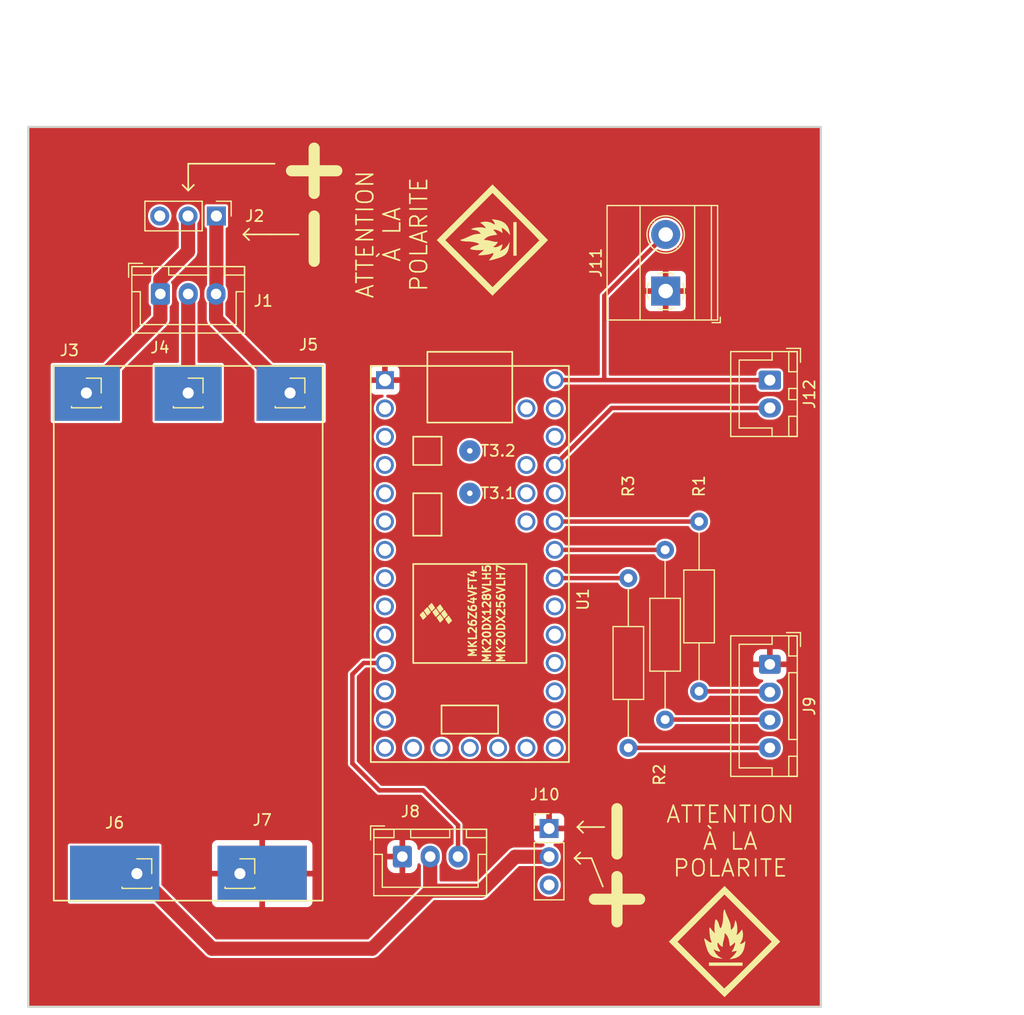
<source format=kicad_pcb>
(kicad_pcb (version 20211014) (generator pcbnew)
  (layers (0 "F.Cu" signal) (31 "B.Cu" signal) (34 "B.Paste" user) (35 "F.Paste" user) (36 "B.SilkS" user "B.Silkscreen") (37 "F.SilkS" user "F.Silkscreen") (38 "B.Mask" user) (39 "F.Mask" user) (44 "Edge.Cuts" user))
  (net 0 "")
  (net 25 "Net-(R3-Pad2)")
  (net 26 "Net-(R2-Pad2)")
  (net 27 "Net-(R1-Pad2)")
  (net 30 "GND")
  (net 31 "VCC")
  (net 32 "Net-(J8-Pad3)")
  (net 37 "/B+")
  (net 38 "/BM")
  (net 39 "/B-")
  (net 41 "Net-(J9-Pad2)")
  (net 42 "Net-(J9-Pad3)")
  (net 43 "Net-(J9-Pad4)")
  (net 45 "Net-(J12-Pad2)")
  (net 46 "Net-(J10-Pad2)")
  (footprint "Connector_PinHeader_2.54mm:PinHeader_1x03_P2.54mm_Vertical" (layer "F.Cu") (at 103.236 61.341 -90)
    (fp_text reference "J2" (at 0 -3.444 180) (layer "F.SilkS"))
    (fp_text value "Lipo Alim")
    (fp_line (start 1.33 1.27) (end 1.33 6.41) (layer "F.SilkS") (width 0.12))
    (fp_line (start -1.33 1.27) (end 1.33 1.27) (layer "F.SilkS") (width 0.12))
    (fp_line (start -1.33 -1.33) (end 0 -1.33) (layer "F.SilkS") (width 0.12))
    (fp_line (start -1.33 1.27) (end -1.33 6.41) (layer "F.SilkS") (width 0.12))
    (fp_line (start -1.33 6.41) (end 1.33 6.41) (layer "F.SilkS") (width 0.12))
    (fp_line (start -1.33 0) (end -1.33 -1.33) (layer "F.SilkS") (width 0.12))
    (pad "1" thru_hole rect (at 0 0 270) (size 1.7 1.7) (drill 1) (layers *.Cu *.Mask) (net 39 "/B-"))
    (pad "2" thru_hole oval (at 0 2.54 270) (size 1.7 1.7) (drill 1) (layers *.Cu *.Mask) (net 37 "/B+"))
    (pad "3" thru_hole oval (at 0 5.08 270) (size 1.7 1.7) (drill 1) (layers *.Cu *.Mask))
  )
  (footprint "Connector_PinHeader_2.54mm:PinHeader_1x03_P2.54mm_Vertical" (layer "F.Cu") (at 133.096 116.33)
    (fp_text reference "J10" (at -0.381 -3.046) (layer "F.SilkS"))
    (fp_text value "Alim secours")
    (fp_line (start -1.33 -1.33) (end 0 -1.33) (layer "F.SilkS") (width 0.12))
    (fp_line (start -1.33 1.27) (end -1.33 6.41) (layer "F.SilkS") (width 0.12))
    (fp_line (start -1.33 1.27) (end 1.33 1.27) (layer "F.SilkS") (width 0.12))
    (fp_line (start -1.33 0) (end -1.33 -1.33) (layer "F.SilkS") (width 0.12))
    (fp_line (start 1.33 1.27) (end 1.33 6.41) (layer "F.SilkS") (width 0.12))
    (fp_line (start -1.33 6.41) (end 1.33 6.41) (layer "F.SilkS") (width 0.12))
    (pad "1" thru_hole rect (at 0 0) (size 1.7 1.7) (drill 1) (layers *.Cu *.Mask) (net 30 "GND"))
    (pad "2" thru_hole oval (at 0 2.54) (size 1.7 1.7) (drill 1) (layers *.Cu *.Mask) (net 46 "Net-(J10-Pad2)"))
    (pad "3" thru_hole oval (at 0 5.08) (size 1.7 1.7) (drill 1) (layers *.Cu *.Mask))
  )
  (footprint "TerminalBlock_Phoenix:TerminalBlock_Phoenix_MKDS-1,5-2-5.08_1x02_P5.08mm_Horizontal" (layer "F.Cu") (at 143.561 68.077 90)
    (fp_text reference "J11" (at 2.54 -6.26 90) (layer "F.SilkS"))
    (fp_text value "Coupleur")
    (fp_line (start -2.6 -5.261) (end 7.68 -5.261) (layer "F.SilkS") (width 0.12))
    (fp_line (start -2.6 -2.301) (end 7.68 -2.301) (layer "F.SilkS") (width 0.12))
    (fp_line (start 7.68 -5.261) (end 7.68 4.66) (layer "F.SilkS") (width 0.12))
    (fp_line (start 3.853 1.023) (end 3.806 1.069) (layer "F.SilkS") (width 0.12))
    (fp_line (start -2.84 4.16) (end -2.84 4.9) (layer "F.SilkS") (width 0.12))
    (fp_line (start -2.6 -5.261) (end -2.6 4.66) (layer "F.SilkS") (width 0.12))
    (fp_line (start 6.15 -1.275) (end 6.115 -1.239) (layer "F.SilkS") (width 0.12))
    (fp_line (start 4.046 1.239) (end 4.011 1.274) (layer "F.SilkS") (width 0.12))
    (fp_line (start -2.6 4.66) (end 7.68 4.66) (layer "F.SilkS") (width 0.12))
    (fp_line (start 6.355 -1.069) (end 6.308 -1.023) (layer "F.SilkS") (width 0.12))
    (fp_line (start -2.6 2.6) (end 7.68 2.6) (layer "F.SilkS") (width 0.12))
    (fp_line (start -2.84 4.9) (end -2.34 4.9) (layer "F.SilkS") (width 0.12))
    (fp_line (start -2.6 4.1) (end 7.68 4.1) (layer "F.SilkS") (width 0.12))
    (fp_arc (start -0.683042 -1.535427) (mid 0.000524 -1.680501) (end 0.684 -1.535) (layer "F.SilkS") (width 0.12))
    (fp_arc (start 0.683318 1.534756) (mid 0.349292 1.643288) (end 0 1.68) (layer "F.SilkS") (width 0.12))
    (fp_arc (start -1.535427 0.683042) (mid -1.680501 -0.000524) (end -1.535 -0.684) (layer "F.SilkS") (width 0.12))
    (fp_arc (start 0.028805 1.680253) (mid -0.335551 1.646659) (end -0.684 1.535) (layer "F.SilkS") (width 0.12))
    (fp_arc (start 1.535427 -0.683042) (mid 1.680501 0.000524) (end 1.535 0.684) (layer "F.SilkS") (width 0.12))
    (fp_circle (center 5.08 0) (end 6.76 0) (layer "F.SilkS") (width 0.12) (fill none))
    (pad "1" thru_hole rect (at 0 0 90) (size 2.6 2.6) (drill 1.3) (layers *.Cu *.Mask) (net 30 "GND"))
    (pad "2" thru_hole circle (at 5.08 0 90) (size 2.6 2.6) (drill 1.3) (layers *.Cu *.Mask) (net 31 "VCC"))
  )
  (footprint "Connector_JST:JST_XH_B2B-XH-A_1x02_P2.50mm_Vertical" (layer "F.Cu") (at 152.908 76.073 -90)
    (fp_text reference "J12" (at 1.25 -3.55 -90) (layer "F.SilkS"))
    (fp_text value "Jack")
    (fp_line (start 3.25 -2.45) (end 3.25 -1.7) (layer "F.SilkS") (width 0.12))
    (fp_line (start 4.3 -0.2) (end 4.3 2.75) (layer "F.SilkS") (width 0.12))
    (fp_line (start 1.75 -1.7) (end 1.75 -2.45) (layer "F.SilkS") (width 0.12))
    (fp_line (start -2.55 -1.7) (end -0.75 -1.7) (layer "F.SilkS") (width 0.12))
    (fp_line (start -0.75 -2.45) (end -2.55 -2.45) (layer "F.SilkS") (width 0.12))
    (fp_line (start -1.6 -2.75) (end -2.85 -2.75) (layer "F.SilkS") (width 0.12))
    (fp_line (start 5.05 -2.45) (end 3.25 -2.45) (layer "F.SilkS") (width 0.12))
    (fp_line (start -0.75 -1.7) (end -0.75 -2.45) (layer "F.SilkS") (width 0.12))
    (fp_line (start 5.05 -1.7) (end 5.05 -2.45) (layer "F.SilkS") (width 0.12))
    (fp_line (start 5.05 -0.2) (end 4.3 -0.2) (layer "F.SilkS") (width 0.12))
    (fp_line (start 0.75 -1.7) (end 1.75 -1.7) (layer "F.SilkS") (width 0.12))
    (fp_line (start -2.55 -0.2) (end -1.8 -0.2) (layer "F.SilkS") (width 0.12))
    (fp_line (start -2.85 -2.75) (end -2.85 -1.5) (layer "F.SilkS") (width 0.12))
    (fp_line (start -2.55 -2.45) (end -2.55 -1.7) (layer "F.SilkS") (width 0.12))
    (fp_line (start -2.56 3.51) (end 5.06 3.51) (layer "F.SilkS") (width 0.12))
    (fp_line (start 5.06 3.51) (end 5.06 -2.46) (layer "F.SilkS") (width 0.12))
    (fp_line (start -1.8 2.75) (end 1.25 2.75) (layer "F.SilkS") (width 0.12))
    (fp_line (start 5.06 -2.46) (end -2.56 -2.46) (layer "F.SilkS") (width 0.12))
    (fp_line (start -2.56 -2.46) (end -2.56 3.51) (layer "F.SilkS") (width 0.12))
    (fp_line (start 0.75 -2.45) (end 0.75 -1.7) (layer "F.SilkS") (width 0.12))
    (fp_line (start 3.25 -1.7) (end 5.05 -1.7) (layer "F.SilkS") (width 0.12))
    (fp_line (start -1.8 -0.2) (end -1.8 2.75) (layer "F.SilkS") (width 0.12))
    (fp_line (start 4.3 2.75) (end 1.25 2.75) (layer "F.SilkS") (width 0.12))
    (fp_line (start 1.75 -2.45) (end 0.75 -2.45) (layer "F.SilkS") (width 0.12))
    (pad "1" thru_hole roundrect (at 0 0 270) (size 1.7 2) (drill 1) (layers *.Cu *.Mask) (roundrect_rratio 0.1470588235) (net 31 "VCC"))
    (pad "2" thru_hole oval (at 2.5 0 270) (size 1.7 2) (drill 1) (layers *.Cu *.Mask) (net 45 "Net-(J12-Pad2)"))
  )
  (footprint "Connector_JST:JST_XH_B3B-XH-A_1x03_P2.50mm_Vertical" (layer "F.Cu") (at 98.211 68.338)
    (fp_text reference "J1" (at 9.231 0.623) (layer "F.SilkS"))
    (fp_text value "LiPo BMS")
    (fp_line (start 4.25 -2.45) (end 0.75 -2.45) (layer "F.SilkS") (width 0.12))
    (fp_line (start -0.75 -1.7) (end -0.75 -2.45) (layer "F.SilkS") (width 0.12))
    (fp_line (start 6.8 2.75) (end 2.5 2.75) (layer "F.SilkS") (width 0.12))
    (fp_line (start 7.56 3.51) (end 7.56 -2.46) (layer "F.SilkS") (width 0.12))
    (fp_line (start -2.56 -2.46) (end -2.56 3.51) (layer "F.SilkS") (width 0.12))
    (fp_line (start 4.25 -1.7) (end 4.25 -2.45) (layer "F.SilkS") (width 0.12))
    (fp_line (start 7.55 -1.7) (end 7.55 -2.45) (layer "F.SilkS") (width 0.12))
    (fp_line (start -2.55 -0.2) (end -1.8 -0.2) (layer "F.SilkS") (width 0.12))
    (fp_line (start -2.55 -2.45) (end -2.55 -1.7) (layer "F.SilkS") (width 0.12))
    (fp_line (start -1.6 -2.75) (end -2.85 -2.75) (layer "F.SilkS") (width 0.12))
    (fp_line (start 5.75 -1.7) (end 7.55 -1.7) (layer "F.SilkS") (width 0.12))
    (fp_line (start 5.75 -2.45) (end 5.75 -1.7) (layer "F.SilkS") (width 0.12))
    (fp_line (start 7.55 -0.2) (end 6.8 -0.2) (layer "F.SilkS") (width 0.12))
    (fp_line (start 0.75 -1.7) (end 4.25 -1.7) (layer "F.SilkS") (width 0.12))
    (fp_line (start -2.56 3.51) (end 7.56 3.51) (layer "F.SilkS") (width 0.12))
    (fp_line (start -1.8 -0.2) (end -1.8 2.75) (layer "F.SilkS") (width 0.12))
    (fp_line (start 7.56 -2.46) (end -2.56 -2.46) (layer "F.SilkS") (width 0.12))
    (fp_line (start 7.55 -2.45) (end 5.75 -2.45) (layer "F.SilkS") (width 0.12))
    (fp_line (start -1.8 2.75) (end 2.5 2.75) (layer "F.SilkS") (width 0.12))
    (fp_line (start -2.85 -2.75) (end -2.85 -1.5) (layer "F.SilkS") (width 0.12))
    (fp_line (start -0.75 -2.45) (end -2.55 -2.45) (layer "F.SilkS") (width 0.12))
    (fp_line (start 0.75 -2.45) (end 0.75 -1.7) (layer "F.SilkS") (width 0.12))
    (fp_line (start 6.8 -0.2) (end 6.8 2.75) (layer "F.SilkS") (width 0.12))
    (fp_line (start -2.55 -1.7) (end -0.75 -1.7) (layer "F.SilkS") (width 0.12))
    (pad "1" thru_hole roundrect (at 0 0) (size 1.7 1.95) (drill 0.95) (layers *.Cu *.Mask) (roundrect_rratio 0.1470588235) (net 37 "/B+"))
    (pad "2" thru_hole oval (at 2.5 0) (size 1.7 1.95) (drill 0.95) (layers *.Cu *.Mask) (net 38 "/BM"))
    (pad "3" thru_hole oval (at 5 0) (size 1.7 1.95) (drill 0.95) (layers *.Cu *.Mask) (net 39 "/B-"))
  )
  (footprint "Connector_JST:JST_XH_B3B-XH-A_1x03_P2.50mm_Vertical" (layer "F.Cu") (at 119.928 118.855)
    (fp_text reference "J8" (at 0.722 -4.047) (layer "F.SilkS"))
    (fp_text value "Servo")
    (fp_line (start -0.75 -2.45) (end -2.55 -2.45) (layer "F.SilkS") (width 0.12))
    (fp_line (start -1.6 -2.75) (end -2.85 -2.75) (layer "F.SilkS") (width 0.12))
    (fp_line (start 7.55 -1.7) (end 7.55 -2.45) (layer "F.SilkS") (width 0.12))
    (fp_line (start 6.8 2.75) (end 2.5 2.75) (layer "F.SilkS") (width 0.12))
    (fp_line (start -2.55 -1.7) (end -0.75 -1.7) (layer "F.SilkS") (width 0.12))
    (fp_line (start 5.75 -1.7) (end 7.55 -1.7) (layer "F.SilkS") (width 0.12))
    (fp_line (start 0.75 -2.45) (end 0.75 -1.7) (layer "F.SilkS") (width 0.12))
    (fp_line (start -2.56 3.51) (end 7.56 3.51) (layer "F.SilkS") (width 0.12))
    (fp_line (start 7.55 -2.45) (end 5.75 -2.45) (layer "F.SilkS") (width 0.12))
    (fp_line (start 4.25 -1.7) (end 4.25 -2.45) (layer "F.SilkS") (width 0.12))
    (fp_line (start -1.8 -0.2) (end -1.8 2.75) (layer "F.SilkS") (width 0.12))
    (fp_line (start 0.75 -1.7) (end 4.25 -1.7) (layer "F.SilkS") (width 0.12))
    (fp_line (start 6.8 -0.2) (end 6.8 2.75) (layer "F.SilkS") (width 0.12))
    (fp_line (start 7.55 -0.2) (end 6.8 -0.2) (layer "F.SilkS") (width 0.12))
    (fp_line (start 7.56 -2.46) (end -2.56 -2.46) (layer "F.SilkS") (width 0.12))
    (fp_line (start 5.75 -2.45) (end 5.75 -1.7) (layer "F.SilkS") (width 0.12))
    (fp_line (start -2.85 -2.75) (end -2.85 -1.5) (layer "F.SilkS") (width 0.12))
    (fp_line (start -0.75 -1.7) (end -0.75 -2.45) (layer "F.SilkS") (width 0.12))
    (fp_line (start -2.55 -2.45) (end -2.55 -1.7) (layer "F.SilkS") (width 0.12))
    (fp_line (start -2.55 -0.2) (end -1.8 -0.2) (layer "F.SilkS") (width 0.12))
    (fp_line (start 4.25 -2.45) (end 0.75 -2.45) (layer "F.SilkS") (width 0.12))
    (fp_line (start 7.56 3.51) (end 7.56 -2.46) (layer "F.SilkS") (width 0.12))
    (fp_line (start -2.56 -2.46) (end -2.56 3.51) (layer "F.SilkS") (width 0.12))
    (fp_line (start -1.8 2.75) (end 2.5 2.75) (layer "F.SilkS") (width 0.12))
    (pad "1" thru_hole roundrect (at 0 0) (size 1.7 1.95) (drill 0.95) (layers *.Cu *.Mask) (roundrect_rratio 0.1470588235) (net 30 "GND"))
    (pad "2" thru_hole oval (at 2.5 0) (size 1.7 1.95) (drill 0.95) (layers *.Cu *.Mask) (net 46 "Net-(J10-Pad2)"))
    (pad "3" thru_hole oval (at 5 0) (size 1.7 1.95) (drill 0.95) (layers *.Cu *.Mask) (net 32 "Net-(J8-Pad3)"))
  )
  (footprint "Resistor_THT:R_Axial_DIN0207_L6.3mm_D2.5mm_P15.24mm_Horizontal" (layer "F.Cu") (at 140.208 109.093 90)
    (fp_text reference "R3" (at 23.495 0 90) (layer "F.SilkS"))
    (fp_text value "R100")
    (fp_line (start 10.89 -1.37) (end 4.35 -1.37) (layer "F.SilkS") (width 0.12))
    (fp_line (start 4.35 1.37) (end 10.89 1.37) (layer "F.SilkS") (width 0.12))
    (fp_line (start 1.04 0) (end 4.35 0) (layer "F.SilkS") (width 0.12))
    (fp_line (start 4.35 -1.37) (end 4.35 1.37) (layer "F.SilkS") (width 0.12))
    (fp_line (start 14.2 0) (end 10.89 0) (layer "F.SilkS") (width 0.12))
    (fp_line (start 10.89 1.37) (end 10.89 -1.37) (layer "F.SilkS") (width 0.12))
    (pad "1" thru_hole circle (at 0 0 90) (size 1.6 1.6) (drill 0.8) (layers *.Cu *.Mask) (net 43 "Net-(J9-Pad4)"))
    (pad "2" thru_hole oval (at 15.24 0 90) (size 1.6 1.6) (drill 0.8) (layers *.Cu *.Mask) (net 25 "Net-(R3-Pad2)"))
  )
  (footprint "Connector_PinSocket_2.54mm:PinSocket_1x01_P2.54mm_Vertical" (layer "F.Cu") (at 96.107 120.384)
    (fp_text reference "J6" (at -2 -4.56) (layer "F.SilkS"))
    (fp_text value "P+")
    (fp_line (start -1.33 1.21) (end -1.33 1.33) (layer "F.SilkS") (width 0.12))
    (fp_line (start 1.33 -1.33) (end 1.33 0) (layer "F.SilkS") (width 0.12))
    (fp_line (start 1.33 1.21) (end 1.33 1.33) (layer "F.SilkS") (width 0.12))
    (fp_line (start 0 -1.33) (end 1.33 -1.33) (layer "F.SilkS") (width 0.12))
    (fp_line (start -1.33 1.33) (end 1.33 1.33) (layer "F.SilkS") (width 0.12))
    (pad "1" thru_hole rect (at 0 0) (size 8 5) (drill 1 (offset -2 0)) (layers *.Cu "F.Mask") (net 46 "Net-(J10-Pad2)"))
  )
  (footprint "Resistor_THT:R_Axial_DIN0207_L6.3mm_D2.5mm_P15.24mm_Horizontal" (layer "F.Cu") (at 146.558 104.013 90)
    (fp_text reference "R1" (at 18.415 0 90) (layer "F.SilkS"))
    (fp_text value "R100")
    (fp_line (start 10.89 1.37) (end 10.89 -1.37) (layer "F.SilkS") (width 0.12))
    (fp_line (start 4.35 1.37) (end 10.89 1.37) (layer "F.SilkS") (width 0.12))
    (fp_line (start 14.2 0) (end 10.89 0) (layer "F.SilkS") (width 0.12))
    (fp_line (start 1.04 0) (end 4.35 0) (layer "F.SilkS") (width 0.12))
    (fp_line (start 4.35 -1.37) (end 4.35 1.37) (layer "F.SilkS") (width 0.12))
    (fp_line (start 10.89 -1.37) (end 4.35 -1.37) (layer "F.SilkS") (width 0.12))
    (pad "1" thru_hole circle (at 0 0 90) (size 1.6 1.6) (drill 0.8) (layers *.Cu *.Mask) (net 41 "Net-(J9-Pad2)"))
    (pad "2" thru_hole oval (at 15.24 0 90) (size 1.6 1.6) (drill 0.8) (layers *.Cu *.Mask) (net 27 "Net-(R1-Pad2)"))
  )
  (footprint "LOGO" (layer "F.Cu") (at 128.016 63.5 90)
    (fp_text reference "G***" hide)
    (fp_text value "LOGO" hide)
    (fp_poly (pts (xy 4.998981 -0.000091) (xy 2.510263 2.488899) (xy 2.128687 2.870264) (xy 1.764444 3.233809) (xy 1.422009 3.575099) (xy 1.105854 3.889701) (xy 0.820452 4.173178) (xy 0.570276 4.421096) (xy 0.359799 4.629019) (xy 0.193493 4.792514) (xy 0.075831 4.907145) (xy 0.011287 4.968477) (xy 0 4.97789) (xy -0.032674 4.948514) (xy -0.120983 4.863342) (xy -0.260455 4.72681) (xy -0.446616 4.543352) (xy -0.674993 4.317404) (xy -0.941115 4.053399) (xy -1.240507 3.755774) (xy -1.568698 3.428963) (xy -1.921214 3.0774) (xy -2.293583 2.705522) (xy -2.510263 2.488899) (xy -4.989011 0.00988) (xy -4.223133 0.00988) (xy -2.124952 2.108381) (xy -0.026772 4.206883) (xy 0.422711 3.786772) (xy 0.539443 3.675593) (xy 0.708703 3.511434) (xy 0.923029 3.301662) (xy 1.174961 3.053647) (xy 1.457037 2.774755) (xy 1.761798 2.472357) (xy 2.081781 2.153819) (xy 2.409526 1.826512) (xy 2.550863 1.685029) (xy 4.229532 0.003398) (xy 2.11027 -2.114831) (xy -0.008991 -4.23306) (xy -4.223133 0.00988) (xy -4.989011 0.00988) (xy -4.998981 -0.000091) (xy -2.49949 -2.499581) (xy 0 -4.999072)) (layer "F.SilkS") (width 0) (fill solid))
    (fp_poly (pts (xy 1.616751 2.169849) (xy -1.40402 2.169849) (xy -1.40402 1.872027) (xy 1.616751 1.872027)) (layer "F.SilkS") (width 0) (fill solid))
    (fp_poly (pts (xy 0.031947 -2.851519) (xy 0.058871 -2.758327) (xy 0.087248 -2.667081) (xy 0.144206 -2.519959) (xy 0.221319 -2.337708) (xy 0.305054 -2.152046) (xy 0.406215 -1.926441) (xy 0.474152 -1.750661) (xy 0.516529 -1.599902) (xy 0.541009 -1.449364) (xy 0.549324 -1.361474) (xy 0.574372 -1.042378) (xy 0.709518 -1.174252) (xy 0.830663 -1.342586) (xy 0.871617 -1.472074) (xy 0.89907 -1.627664) (xy 0.928958 -1.779082) (xy 0.930637 -1.786935) (xy 0.962703 -1.935846) (xy 1.042208 -1.786935) (xy 1.088199 -1.653301) (xy 1.122129 -1.464154) (xy 1.142052 -1.248471) (xy 1.146023 -1.035227) (xy 1.132094 -0.853398) (xy 1.111084 -0.761559) (xy 1.082868 -0.665512) (xy 1.076969 -0.611636) (xy 1.078238 -0.609423) (xy 1.121522 -0.620252) (xy 1.201124 -0.679693) (xy 1.298702 -0.771144) (xy 1.395919 -0.877999) (xy 1.446834 -0.943134) (xy 1.56558 -1.107059) (xy 1.612438 -0.972641) (xy 1.660129 -0.724713) (xy 1.649785 -0.450266) (xy 1.585776 -0.180624) (xy 1.472475 0.052885) (xy 1.468514 0.058778) (xy 1.41466 0.150623) (xy 1.398728 0.20569) (xy 1.406669 0.21273) (xy 1.515773 0.18651) (xy 1.647083 0.121976) (xy 1.761977 0.040318) (xy 1.805591 -0.006142) (xy 1.844895 -0.056804) (xy 1.863683 -0.060365) (xy 1.865381 -0.004982) (xy 1.853416 0.12119) (xy 1.850444 0.148911) (xy 1.782729 0.542139) (xy 1.669569 0.865506) (xy 1.507266 1.123302) (xy 1.292118 1.319816) (xy 1.020426 1.459338) (xy 0.68849 1.546157) (xy 0.638191 1.554173) (xy 0.446734 1.582636) (xy 0.692972 1.360862) (xy 0.812924 1.242576) (xy 0.9203 1.118682) (xy 1.006827 1.00198) (xy 1.064234 0.905272) (xy 1.084249 0.841359) (xy 1.0586 0.823043) (xy 1.035705 0.830461) (xy 0.94245 0.857841) (xy 0.813615 0.881251) (xy 0.789031 0.884379) (xy 0.620775 0.904066) (xy 0.694559 0.803038) (xy 0.785771 0.656793) (xy 0.860227 0.497981) (xy 0.913107 0.344005) (xy 0.939588 0.212265) (xy 0.934851 0.120161) (xy 0.894074 0.085096) (xy 0.893467 0.085092) (xy 0.852156 0.117274) (xy 0.850921 0.127371) (xy 0.820933 0.170342) (xy 0.746797 0.238523) (xy 0.652256 0.313617) (xy 0.561054 0.377329) (xy 0.496933 0.411363) (xy 0.48232 0.41141) (xy 0.470397 0.365229) (xy 0.452059 0.256163) (xy 0.430859 0.10583) (xy 0.426398 0.071212) (xy 0.362804 -0.244355) (xy 0.259372 -0.490652) (xy 0.115558 -0.67277) (xy 0.010105 -0.771169) (xy 0.007742 -0.599978) (xy -0.00522 -0.47414) (xy -0.037172 -0.302266) (xy -0.08148 -0.119463) (xy -0.086336 -0.101931) (xy -0.128237 0.070365) (xy -0.154889 0.226047) (xy -0.161377 0.33528) (xy -0.160214 0.346466) (xy -0.154858 0.432859) (xy -0.166916 0.467848) (xy -0.24414 0.439252) (xy -0.347403 0.369748) (xy -0.446985 0.282708) (xy -0.513169 0.201502) (xy -0.51825 0.191555) (xy -0.571663 0.103323) (xy -0.611258 0.097714) (xy -0.633955 0.17294) (xy -0.638191 0.261207) (xy -0.605354 0.450713) (xy -0.510553 0.644761) (xy -0.441237 0.761509) (xy -0.394881 0.847426) (xy -0.382914 0.877569) (xy -0.418066 0.892141) (xy -0.506943 0.880604) (xy -0.62468 0.84947) (xy -0.746409 0.805248) (xy -0.843009 0.757103) (xy -0.984008 0.67043) (xy -0.918068 0.828247) (xy -0.765136 1.092025) (xy -0.552675 1.308999) (xy -0.371351 1.426157) (xy -0.148911 1.540074) (xy -0.415237 1.512434) (xy -0.740973 1.461875) (xy -0.998067 1.380635) (xy -1.199849 1.26088) (xy -1.359644 1.094778) (xy -1.486815 0.88262) (xy -1.543188 0.748784) (xy -1.607825 0.566072) (xy -1.674257 0.356679) (xy -1.736012 0.1428) (xy -1.786621 -0.053369) (xy -1.819614 -0.209632) (xy -1.828977 -0.291129) (xy -1.801134 -0.294201) (xy -1.727463 -0.248241) (xy -1.623567 -0.163096) (xy -1.617483 -0.15765) (xy -1.478178 -0.046556) (xy -1.344651 0.035783) (xy -1.23534 0.079907) (xy -1.168683 0.076354) (xy -1.166006 0.07399) (xy -1.171918 0.029564) (xy -1.202864 -0.069928) (xy -1.240626 -0.17272) (xy -1.275457 -0.292716) (xy -1.306697 -0.454489) (xy -1.332775 -0.639693) (xy -1.352119 -0.829983) (xy -1.363158 -1.007013) (xy -1.36432 -1.152438) (xy -1.354034 -1.247913) (xy -1.335141 -1.276091) (xy -1.289566 -1.243848) (xy -1.222283 -1.163921) (xy -1.201839 -1.135056) (xy -1.103745 -1.008948) (xy -0.988912 -0.884343) (xy -0.973419 -0.869434) (xy -0.891499 -0.793965) (xy -0.859009 -0.774578) (xy -0.863564 -0.808876) (xy -0.877778 -0.850921) (xy -0.900239 -0.963911) (xy -0.910246 -1.12265) (xy -0.909251 -1.308632) (xy -0.898707 -1.503351) (xy -0.880066 -1.6883) (xy -0.85478 -1.844973) (xy -0.824301 -1.954864) (xy -0.790082 -1.999466) (xy -0.787635 -1.999665) (xy -0.701604 -1.958471) (xy -0.616811 -1.840144) (xy -0.538157 -1.652563) (xy -0.505692 -1.546288) (xy -0.460593 -1.397484) (xy -0.418203 -1.28091) (xy -0.387606 -1.221514) (xy -0.387319 -1.221222) (xy -0.342467 -1.219312) (xy -0.294271 -1.288256) (xy -0.246307 -1.414097) (xy -0.202147 -1.582879) (xy -0.165367 -1.780645) (xy -0.139541 -1.993439) (xy -0.128243 -2.207303) (xy -0.12803 -2.233668) (xy -0.120432 -2.446738) (xy -0.10093 -2.627781) (xy -0.072732 -2.767789) (xy -0.039047 -2.857753) (xy -0.003084 -2.888666)) (layer "F.SilkS") (width 0) (fill solid))
  )
  (footprint "LOGO" (layer "F.Cu") (at 148.844 126.492)
    (fp_text reference "G***" hide)
    (fp_text value "LOGO" hide)
    (fp_poly (pts (xy 4.998981 -0.000091) (xy 2.510263 2.488899) (xy 2.128687 2.870264) (xy 1.764444 3.233809) (xy 1.422009 3.575099) (xy 1.105854 3.889701) (xy 0.820452 4.173178) (xy 0.570276 4.421096) (xy 0.359799 4.629019) (xy 0.193493 4.792514) (xy 0.075831 4.907145) (xy 0.011287 4.968477) (xy 0 4.97789) (xy -0.032674 4.948514) (xy -0.120983 4.863342) (xy -0.260455 4.72681) (xy -0.446616 4.543352) (xy -0.674993 4.317404) (xy -0.941115 4.053399) (xy -1.240507 3.755774) (xy -1.568698 3.428963) (xy -1.921214 3.0774) (xy -2.293583 2.705522) (xy -2.510263 2.488899) (xy -4.989011 0.00988) (xy -4.223133 0.00988) (xy -2.124952 2.108381) (xy -0.026772 4.206883) (xy 0.422711 3.786772) (xy 0.539443 3.675593) (xy 0.708703 3.511434) (xy 0.923029 3.301662) (xy 1.174961 3.053647) (xy 1.457037 2.774755) (xy 1.761798 2.472357) (xy 2.081781 2.153819) (xy 2.409526 1.826512) (xy 2.550863 1.685029) (xy 4.229532 0.003398) (xy 2.11027 -2.114831) (xy -0.008991 -4.23306) (xy -4.223133 0.00988) (xy -4.989011 0.00988) (xy -4.998981 -0.000091) (xy -2.49949 -2.499581) (xy 0 -4.999072)) (layer "F.SilkS") (width 0) (fill solid))
    (fp_poly (pts (xy 1.616751 2.169849) (xy -1.40402 2.169849) (xy -1.40402 1.872027) (xy 1.616751 1.872027)) (layer "F.SilkS") (width 0) (fill solid))
    (fp_poly (pts (xy 0.031947 -2.851519) (xy 0.058871 -2.758327) (xy 0.087248 -2.667081) (xy 0.144206 -2.519959) (xy 0.221319 -2.337708) (xy 0.305054 -2.152046) (xy 0.406215 -1.926441) (xy 0.474152 -1.750661) (xy 0.516529 -1.599902) (xy 0.541009 -1.449364) (xy 0.549324 -1.361474) (xy 0.574372 -1.042378) (xy 0.709518 -1.174252) (xy 0.830663 -1.342586) (xy 0.871617 -1.472074) (xy 0.89907 -1.627664) (xy 0.928958 -1.779082) (xy 0.930637 -1.786935) (xy 0.962703 -1.935846) (xy 1.042208 -1.786935) (xy 1.088199 -1.653301) (xy 1.122129 -1.464154) (xy 1.142052 -1.248471) (xy 1.146023 -1.035227) (xy 1.132094 -0.853398) (xy 1.111084 -0.761559) (xy 1.082868 -0.665512) (xy 1.076969 -0.611636) (xy 1.078238 -0.609423) (xy 1.121522 -0.620252) (xy 1.201124 -0.679693) (xy 1.298702 -0.771144) (xy 1.395919 -0.877999) (xy 1.446834 -0.943134) (xy 1.56558 -1.107059) (xy 1.612438 -0.972641) (xy 1.660129 -0.724713) (xy 1.649785 -0.450266) (xy 1.585776 -0.180624) (xy 1.472475 0.052885) (xy 1.468514 0.058778) (xy 1.41466 0.150623) (xy 1.398728 0.20569) (xy 1.406669 0.21273) (xy 1.515773 0.18651) (xy 1.647083 0.121976) (xy 1.761977 0.040318) (xy 1.805591 -0.006142) (xy 1.844895 -0.056804) (xy 1.863683 -0.060365) (xy 1.865381 -0.004982) (xy 1.853416 0.12119) (xy 1.850444 0.148911) (xy 1.782729 0.542139) (xy 1.669569 0.865506) (xy 1.507266 1.123302) (xy 1.292118 1.319816) (xy 1.020426 1.459338) (xy 0.68849 1.546157) (xy 0.638191 1.554173) (xy 0.446734 1.582636) (xy 0.692972 1.360862) (xy 0.812924 1.242576) (xy 0.9203 1.118682) (xy 1.006827 1.00198) (xy 1.064234 0.905272) (xy 1.084249 0.841359) (xy 1.0586 0.823043) (xy 1.035705 0.830461) (xy 0.94245 0.857841) (xy 0.813615 0.881251) (xy 0.789031 0.884379) (xy 0.620775 0.904066) (xy 0.694559 0.803038) (xy 0.785771 0.656793) (xy 0.860227 0.497981) (xy 0.913107 0.344005) (xy 0.939588 0.212265) (xy 0.934851 0.120161) (xy 0.894074 0.085096) (xy 0.893467 0.085092) (xy 0.852156 0.117274) (xy 0.850921 0.127371) (xy 0.820933 0.170342) (xy 0.746797 0.238523) (xy 0.652256 0.313617) (xy 0.561054 0.377329) (xy 0.496933 0.411363) (xy 0.48232 0.41141) (xy 0.470397 0.365229) (xy 0.452059 0.256163) (xy 0.430859 0.10583) (xy 0.426398 0.071212) (xy 0.362804 -0.244355) (xy 0.259372 -0.490652) (xy 0.115558 -0.67277) (xy 0.010105 -0.771169) (xy 0.007742 -0.599978) (xy -0.00522 -0.47414) (xy -0.037172 -0.302266) (xy -0.08148 -0.119463) (xy -0.086336 -0.101931) (xy -0.128237 0.070365) (xy -0.154889 0.226047) (xy -0.161377 0.33528) (xy -0.160214 0.346466) (xy -0.154858 0.432859) (xy -0.166916 0.467848) (xy -0.24414 0.439252) (xy -0.347403 0.369748) (xy -0.446985 0.282708) (xy -0.513169 0.201502) (xy -0.51825 0.191555) (xy -0.571663 0.103323) (xy -0.611258 0.097714) (xy -0.633955 0.17294) (xy -0.638191 0.261207) (xy -0.605354 0.450713) (xy -0.510553 0.644761) (xy -0.441237 0.761509) (xy -0.394881 0.847426) (xy -0.382914 0.877569) (xy -0.418066 0.892141) (xy -0.506943 0.880604) (xy -0.62468 0.84947) (xy -0.746409 0.805248) (xy -0.843009 0.757103) (xy -0.984008 0.67043) (xy -0.918068 0.828247) (xy -0.765136 1.092025) (xy -0.552675 1.308999) (xy -0.371351 1.426157) (xy -0.148911 1.540074) (xy -0.415237 1.512434) (xy -0.740973 1.461875) (xy -0.998067 1.380635) (xy -1.199849 1.26088) (xy -1.359644 1.094778) (xy -1.486815 0.88262) (xy -1.543188 0.748784) (xy -1.607825 0.566072) (xy -1.674257 0.356679) (xy -1.736012 0.1428) (xy -1.786621 -0.053369) (xy -1.819614 -0.209632) (xy -1.828977 -0.291129) (xy -1.801134 -0.294201) (xy -1.727463 -0.248241) (xy -1.623567 -0.163096) (xy -1.617483 -0.15765) (xy -1.478178 -0.046556) (xy -1.344651 0.035783) (xy -1.23534 0.079907) (xy -1.168683 0.076354) (xy -1.166006 0.07399) (xy -1.171918 0.029564) (xy -1.202864 -0.069928) (xy -1.240626 -0.17272) (xy -1.275457 -0.292716) (xy -1.306697 -0.454489) (xy -1.332775 -0.639693) (xy -1.352119 -0.829983) (xy -1.363158 -1.007013) (xy -1.36432 -1.152438) (xy -1.354034 -1.247913) (xy -1.335141 -1.276091) (xy -1.289566 -1.243848) (xy -1.222283 -1.163921) (xy -1.201839 -1.135056) (xy -1.103745 -1.008948) (xy -0.988912 -0.884343) (xy -0.973419 -0.869434) (xy -0.891499 -0.793965) (xy -0.859009 -0.774578) (xy -0.863564 -0.808876) (xy -0.877778 -0.850921) (xy -0.900239 -0.963911) (xy -0.910246 -1.12265) (xy -0.909251 -1.308632) (xy -0.898707 -1.503351) (xy -0.880066 -1.6883) (xy -0.85478 -1.844973) (xy -0.824301 -1.954864) (xy -0.790082 -1.999466) (xy -0.787635 -1.999665) (xy -0.701604 -1.958471) (xy -0.616811 -1.840144) (xy -0.538157 -1.652563) (xy -0.505692 -1.546288) (xy -0.460593 -1.397484) (xy -0.418203 -1.28091) (xy -0.387606 -1.221514) (xy -0.387319 -1.221222) (xy -0.342467 -1.219312) (xy -0.294271 -1.288256) (xy -0.246307 -1.414097) (xy -0.202147 -1.582879) (xy -0.165367 -1.780645) (xy -0.139541 -1.993439) (xy -0.128243 -2.207303) (xy -0.12803 -2.233668) (xy -0.120432 -2.446738) (xy -0.10093 -2.627781) (xy -0.072732 -2.767789) (xy -0.039047 -2.857753) (xy -0.003084 -2.888666)) (layer "F.SilkS") (width 0) (fill solid))
  )
  (footprint "teensy:Teensy30_31_32_LC" (layer "F.Cu") (at 125.984 92.583 -90)
    (fp_text reference "U1" (at 3.175 -10.16 90) (layer "F.SilkS"))
    (fp_text value "Teensy3.2")
    (fp_text user "MK20DX128VLH5" (at 4.445 -1.524 90) (layer "F.SilkS") (effects (font (size 0.7 0.7))))
    (fp_text user "MK20DX256VLH7" (at 4.445 -2.794 90) (layer "F.SilkS") (effects (font (size 0.7 0.7))))
    (fp_text user "T3.2" (at -10.16 -2.54) (layer "F.SilkS"))
    (fp_text user "T3.1" (at -6.35 -2.54) (layer "F.SilkS"))
    (fp_text user "MKL26Z64VFT4" (at 4.445 -0.254 90) (layer "F.SilkS") (effects (font (size 0.7 0.7))))
    (fp_line (start 8.89 -5.08) (end 0 -5.08) (layer "F.SilkS") (width 0.15))
    (fp_line (start -2.54 2.54) (end -6.35 2.54) (layer "F.SilkS") (width 0.15))
    (fp_line (start -12.7 3.81) (end -12.7 -3.81) (layer "F.SilkS") (width 0.15))
    (fp_line (start 8.89 5.08) (end 8.89 -5.08) (layer "F.SilkS") (width 0.15))
    (fp_line (start -19.05 -3.81) (end -17.78 -3.81) (layer "F.SilkS") (width 0.15))
    (fp_line (start -8.89 5.08) (end -8.89 2.54) (layer "F.SilkS") (width 0.15))
    (fp_line (start -12.7 -3.81) (end -17.78 -3.81) (layer "F.SilkS") (width 0.15))
    (fp_line (start -11.43 5.08) (end -8.89 5.08) (layer "F.SilkS") (width 0.15))
    (fp_line (start 15.24 -2.54) (end 15.24 2.54) (layer "F.SilkS") (width 0.15))
    (fp_line (start -8.89 2.54) (end -11.43 2.54) (layer "F.SilkS") (width 0.15))
    (fp_line (start -6.35 2.54) (end -6.35 5.08) (layer "F.SilkS") (width 0.15))
    (fp_line (start -17.78 8.89) (end -17.78 -8.89) (layer "F.SilkS") (width 0.15))
    (fp_line (start 15.24 2.54) (end 12.7 2.54) (layer "F.SilkS") (width 0.15))
    (fp_line (start -17.78 3.81) (end -19.05 3.81) (layer "F.SilkS") (width 0.15))
    (fp_line (start -17.78 -8.89) (end 17.78 -8.89) (layer "F.SilkS") (width 0.15))
    (fp_line (start 8.89 5.08) (end 0 5.08) (layer "F.SilkS") (width 0.15))
    (fp_line (start 17.78 8.89) (end -17.78 8.89) (layer "F.SilkS") (width 0.15))
    (fp_line (start -2.54 5.08) (end -2.54 2.54) (layer "F.SilkS") (width 0.15))
    (fp_line (start -6.35 5.08) (end -2.54 5.08) (layer "F.SilkS") (width 0.15))
    (fp_line (start -12.7 3.81) (end -17.78 3.81) (layer "F.SilkS") (width 0.15))
    (fp_line (start 12.7 2.54) (end 12.7 -2.54) (layer "F.SilkS") (width 0.15))
    (fp_line (start 0 -5.08) (end 0 5.08) (layer "F.SilkS") (width 0.15))
    (fp_line (start 17.78 -8.89) (end 17.78 8.89) (layer "F.SilkS") (width 0.15))
    (fp_line (start -19.05 3.81) (end -19.05 -3.81) (layer "F.SilkS") (width 0.15))
    (fp_line (start -11.43 2.54) (end -11.43 5.08) (layer "F.SilkS") (width 0.15))
    (fp_line (start 12.7 -2.54) (end 15.24 -2.54) (layer "F.SilkS") (width 0.15))
    (fp_poly (pts (xy 4.318 3.302) (xy 4.064 3.048) (xy 4.445 2.794) (xy 4.699 3.048)) (layer "F.SilkS") (width 0.1) (fill solid))
    (fp_poly (pts (xy 4.191 4.064) (xy 3.937 3.81) (xy 4.318 3.556) (xy 4.572 3.81)) (layer "F.SilkS") (width 0.1) (fill solid))
    (fp_poly (pts (xy 4.826 2.921) (xy 4.572 2.667) (xy 4.953 2.413) (xy 5.207 2.667)) (layer "F.SilkS") (width 0.1) (fill solid))
    (fp_poly (pts (xy 3.937 2.921) (xy 3.683 2.667) (xy 4.064 2.413) (xy 4.318 2.667)) (layer "F.SilkS") (width 0.1) (fill solid))
    (fp_poly (pts (xy 4.953 2.159) (xy 4.699 1.905) (xy 5.08 1.651) (xy 5.334 1.905)) (layer "F.SilkS") (width 0.1) (fill solid))
    (fp_poly (pts (xy 3.81 3.683) (xy 3.556 3.429) (xy 3.937 3.175) (xy 4.191 3.429)) (layer "F.SilkS") (width 0.1) (fill solid))
    (fp_poly (pts (xy 4.572 4.445) (xy 4.318 4.191) (xy 4.699 3.937) (xy 4.953 4.191)) (layer "F.SilkS") (width 0.1) (fill solid))
    (fp_poly (pts (xy 4.445 2.54) (xy 4.191 2.286) (xy 4.572 2.032) (xy 4.826 2.286)) (layer "F.SilkS") (width 0.1) (fill solid))
    (pad "1" thru_hole rect locked (at -16.51 7.62 270) (size 1.6 1.6) (drill 1.1) (layers *.Cu *.Mask) (net 30 "GND"))
    (pad "2" thru_hole circle locked (at -13.97 7.62 270) (size 1.6 1.6) (drill 1.1) (layers *.Cu *.Mask))
    (pad "3" thru_hole circle locked (at -11.43 7.62 270) (size 1.6 1.6) (drill 1.1) (layers *.Cu *.Mask))
    (pad "4" thru_hole circle locked (at -8.89 7.62 270) (size 1.6 1.6) (drill 1.1) (layers *.Cu *.Mask))
    (pad "5" thru_hole circle locked (at -6.35 7.62 270) (size 1.6 1.6) (drill 1.1) (layers *.Cu *.Mask))
    (pad "6" thru_hole circle locked (at -3.81 7.62 270) (size 1.6 1.6) (drill 1.1) (layers *.Cu *.Mask))
    (pad "7" thru_hole circle locked (at -1.27 7.62 270) (size 1.6 1.6) (drill 1.1) (layers *.Cu *.Mask))
    (pad "8" thru_hole circle locked (at 1.27 7.62 270) (size 1.6 1.6) (drill 1.1) (layers *.Cu *.Mask))
    (pad "9" thru_hole circle locked (at 3.81 7.62 270) (size 1.6 1.6) (drill 1.1) (layers *.Cu *.Mask))
    (pad "10" thru_hole circle locked (at 6.35 7.62 270) (size 1.6 1.6) (drill 1.1) (layers *.Cu *.Mask))
    (pad "11" thru_hole circle locked (at 8.89 7.62 270) (size 1.6 1.6) (drill 1.1) (layers *.Cu *.Mask) (net 32 "Net-(J8-Pad3)"))
    (pad "12" thru_hole circle locked (at 11.43 7.62 270) (size 1.6 1.6) (drill 1.1) (layers *.Cu *.Mask))
    (pad "13" thru_hole circle locked (at 13.97 7.62 270) (size 1.6 1.6) (drill 1.1) (layers *.Cu *.Mask))
    (pad "14" thru_hole circle locked (at 16.51 7.62 270) (size 1.6 1.6) (drill 1.1) (layers *.Cu *.Mask))
    (pad "15" thru_hole circle locked (at 16.51 5.08 270) (size 1.6 1.6) (drill 1.1) (layers *.Cu *.Mask))
    (pad "16" thru_hole circle locked (at 16.51 2.54 270) (size 1.6 1.6) (drill 1.1) (layers *.Cu *.Mask))
    (pad "17" thru_hole circle locked (at 16.51 0 270) (size 1.6 1.6) (drill 1.1) (layers *.Cu *.Mask))
    (pad "18" thru_hole circle locked (at 16.51 -2.54 270) (size 1.6 1.6) (drill 1.1) (layers *.Cu *.Mask))
    (pad "19" thru_hole circle locked (at 16.51 -5.08 270) (size 1.6 1.6) (drill 1.1) (layers *.Cu *.Mask))
    (pad "20" thru_hole circle locked (at 16.51 -7.62 270) (size 1.6 1.6) (drill 1.1) (layers *.Cu *.Mask))
    (pad "21" thru_hole circle locked (at 13.97 -7.62 270) (size 1.6 1.6) (drill 1.1) (layers *.Cu *.Mask))
    (pad "22" thru_hole circle locked (at 11.43 -7.62 270) (size 1.6 1.6) (drill 1.1) (layers *.Cu *.Mask))
    (pad "23" thru_hole circle locked (at 8.89 -7.62 270) (size 1.6 1.6) (drill 1.1) (layers *.Cu *.Mask))
    (pad "24" thru_hole circle locked (at 6.35 -7.62 270) (size 1.6 1.6) (drill 1.1) (layers *.Cu *.Mask))
    (pad "25" thru_hole circle locked (at 3.81 -7.62 270) (size 1.6 1.6) (drill 1.1) (layers *.Cu *.Mask))
    (pad "26" thru_hole circle locked (at 1.27 -7.62 270) (size 1.6 1.6) (drill 1.1) (layers *.Cu *.Mask) (net 25 "Net-(R3-Pad2)"))
    (pad "27" thru_hole circle locked (at -1.27 -7.62 270) (size 1.6 1.6) (drill 1.1) (layers *.Cu *.Mask) (net 26 "Net-(R2-Pad2)"))
    (pad "28" thru_hole circle locked (at -3.81 -7.62 270) (size 1.6 1.6) (drill 1.1) (layers *.Cu *.Mask) (net 27 "Net-(R1-Pad2)"))
    (pad "29" thru_hole circle locked (at -6.35 -7.62 270) (size 1.6 1.6) (drill 1.1) (layers *.Cu *.Mask))
    (pad "30" thru_hole circle locked (at -8.89 -7.62 270) (size 1.6 1.6) (drill 1.1) (layers *.Cu *.Mask) (net 45 "Net-(J12-Pad2)"))
    (pad "31" thru_hole circle locked (at -11.43 -7.62 270) (size 1.6 1.6) (drill 1.1) (layers *.Cu *.Mask))
    (pad "32" thru_hole circle locked (at -13.97 -7.62 270) (size 1.6 1.6) (drill 1.1) (layers *.Cu *.Mask))
    (pad "33" thru_hole circle locked (at -16.51 -7.62 270) (size 1.6 1.6) (drill 1.1) (layers *.Cu *.Mask) (net 31 "VCC"))
    (pad "34" thru_hole circle locked (at -13.97 -5.08 270) (size 1.6 1.6) (drill 1.1) (layers *.Cu *.Mask))
    (pad "35" thru_hole circle locked (at -8.89 -5.08 270) (size 1.6 1.6) (drill 1.1) (layers *.Cu *.Mask))
    (pad "36" thru_hole circle locked (at -6.35 -5.08 270) (size 1.6 1.6) (drill 1.1) (layers *.Cu *.Mask))
    (pad "37" thru_hole circle locked (at -3.81 -5.08 270) (size 1.6 1.6) (drill 1.1) (layers *.Cu *.Mask))
    (pad "38" thru_hole circle locked (at -10.16 0 270) (size 1.9 1.9) (drill 0.5) (layers *.Cu *.Mask))
    (pad "38" thru_hole circle locked (at -6.35 0 270) (size 1.9 1.9) (drill 0.5) (layers *.Cu *.Mask))
  )
  (footprint "Connector_PinSocket_2.54mm:PinSocket_1x01_P2.54mm_Vertical" (layer "F.Cu") (at 105.351 120.384)
    (fp_text reference "J7" (at 2 -4.814) (layer "F.SilkS"))
    (fp_text value "P-")
    (fp_line (start 1.33 -1.33) (end 1.33 0) (layer "F.SilkS") (width 0.12))
    (fp_line (start -1.33 1.21) (end -1.33 1.33) (layer "F.SilkS") (width 0.12))
    (fp_line (start -1.33 1.33) (end 1.33 1.33) (layer "F.SilkS") (width 0.12))
    (fp_line (start 1.33 1.21) (end 1.33 1.33) (layer "F.SilkS") (width 0.12))
    (fp_line (start 0 -1.33) (end 1.33 -1.33) (layer "F.SilkS") (width 0.12))
    (pad "1" thru_hole rect (at 0 0) (size 8 5) (drill 1 (offset 2 0)) (layers *.Cu "F.Mask") (net 30 "GND"))
  )
  (footprint "Resistor_THT:R_Axial_DIN0207_L6.3mm_D2.5mm_P15.24mm_Horizontal" (layer "F.Cu") (at 143.51 106.553 90)
    (fp_text reference "R2" (at -4.953 -0.508 90) (layer "F.SilkS"))
    (fp_text value "R100")
    (fp_line (start 4.35 -1.37) (end 4.35 1.37) (layer "F.SilkS") (width 0.12))
    (fp_line (start 10.89 -1.37) (end 4.35 -1.37) (layer "F.SilkS") (width 0.12))
    (fp_line (start 10.89 1.37) (end 10.89 -1.37) (layer "F.SilkS") (width 0.12))
    (fp_line (start 14.2 0) (end 10.89 0) (layer "F.SilkS") (width 0.12))
    (fp_line (start 1.04 0) (end 4.35 0) (layer "F.SilkS") (width 0.12))
    (fp_line (start 4.35 1.37) (end 10.89 1.37) (layer "F.SilkS") (width 0.12))
    (pad "1" thru_hole circle (at 0 0 90) (size 1.6 1.6) (drill 0.8) (layers *.Cu *.Mask) (net 42 "Net-(J9-Pad3)"))
    (pad "2" thru_hole oval (at 15.24 0 90) (size 1.6 1.6) (drill 0.8) (layers *.Cu *.Mask) (net 26 "Net-(R2-Pad2)"))
  )
  (footprint "Connector_PinSocket_2.54mm:PinSocket_1x01_P2.54mm_Vertical" (layer "F.Cu") (at 91.571 77.228)
    (fp_text reference "J3" (at -1.528 -3.822) (layer "F.SilkS"))
    (fp_text value "B+")
    (fp_line (start -1.33 1.33) (end 1.33 1.33) (layer "F.SilkS") (width 0.12))
    (fp_line (start -1.33 1.21) (end -1.33 1.33) (layer "F.SilkS") (width 0.12))
    (fp_line (start 1.33 1.21) (end 1.33 1.33) (layer "F.SilkS") (width 0.12))
    (fp_line (start 0 -1.33) (end 1.33 -1.33) (layer "F.SilkS") (width 0.12))
    (fp_line (start 1.33 -1.33) (end 1.33 0) (layer "F.SilkS") (width 0.12))
    (pad "1" thru_hole rect (at 0 0) (size 6 5) (drill 1) (layers *.Cu "F.Mask") (net 37 "/B+"))
  )
  (footprint "Connector_PinSocket_2.54mm:PinSocket_1x01_P2.54mm_Vertical" (layer "F.Cu") (at 100.711 77.228)
    (fp_text reference "J4" (at -2.54 -4.076) (layer "F.SilkS"))
    (fp_text value "BM")
    (fp_line (start 1.33 1.21) (end 1.33 1.33) (layer "F.SilkS") (width 0.12))
    (fp_line (start -1.33 1.21) (end -1.33 1.33) (layer "F.SilkS") (width 0.12))
    (fp_line (start -1.33 1.33) (end 1.33 1.33) (layer "F.SilkS") (width 0.12))
    (fp_line (start 0 -1.33) (end 1.33 -1.33) (layer "F.SilkS") (width 0.12))
    (fp_line (start 1.33 -1.33) (end 1.33 0) (layer "F.SilkS") (width 0.12))
    (pad "1" thru_hole rect (at 0 0) (size 6 5) (drill 1) (layers *.Cu "F.Mask") (net 38 "/BM"))
  )
  (footprint "Connector_PinSocket_2.54mm:PinSocket_1x01_P2.54mm_Vertical" (layer "F.Cu") (at 109.851 77.228)
    (fp_text reference "J5" (at 1.655 -4.33) (layer "F.SilkS"))
    (fp_text value "B-")
    (fp_line (start -1.33 1.33) (end 1.33 1.33) (layer "F.SilkS") (width 0.12))
    (fp_line (start -1.33 1.21) (end -1.33 1.33) (layer "F.SilkS") (width 0.12))
    (fp_line (start 1.33 -1.33) (end 1.33 0) (layer "F.SilkS") (width 0.12))
    (fp_line (start 1.33 1.21) (end 1.33 1.33) (layer "F.SilkS") (width 0.12))
    (fp_line (start 0 -1.33) (end 1.33 -1.33) (layer "F.SilkS") (width 0.12))
    (pad "1" thru_hole rect (at 0 0) (size 6 5) (drill 1) (layers *.Cu "F.Mask") (net 39 "/B-"))
  )
  (footprint "Connector_JST:JST_XH_B4B-XH-A_1x04_P2.50mm_Vertical" (layer "F.Cu") (at 152.908 101.593 -90)
    (fp_text reference "J9" (at 3.75 -3.55 -90) (layer "F.SilkS"))
    (fp_text value "LEDs")
    (fp_line (start 8.25 -2.45) (end 8.25 -1.7) (layer "F.SilkS") (width 0.12))
    (fp_line (start -2.85 -2.75) (end -2.85 -1.5) (layer "F.SilkS") (width 0.12))
    (fp_line (start -2.55 -0.2) (end -1.8 -0.2) (layer "F.SilkS") (width 0.12))
    (fp_line (start 6.75 -2.45) (end 0.75 -2.45) (layer "F.SilkS") (width 0.12))
    (fp_line (start 10.06 -2.46) (end -2.56 -2.46) (layer "F.SilkS") (width 0.12))
    (fp_line (start -2.55 -1.7) (end -0.75 -1.7) (layer "F.SilkS") (width 0.12))
    (fp_line (start 0.75 -2.45) (end 0.75 -1.7) (layer "F.SilkS") (width 0.12))
    (fp_line (start 10.05 -2.45) (end 8.25 -2.45) (layer "F.SilkS") (width 0.12))
    (fp_line (start -2.55 -2.45) (end -2.55 -1.7) (layer "F.SilkS") (width 0.12))
    (fp_line (start 9.3 2.75) (end 3.75 2.75) (layer "F.SilkS") (width 0.12))
    (fp_line (start 6.75 -1.7) (end 6.75 -2.45) (layer "F.SilkS") (width 0.12))
    (fp_line (start -1.8 -0.2) (end -1.8 2.75) (layer "F.SilkS") (width 0.12))
    (fp_line (start 9.3 -0.2) (end 9.3 2.75) (layer "F.SilkS") (width 0.12))
    (fp_line (start 0.75 -1.7) (end 6.75 -1.7) (layer "F.SilkS") (width 0.12))
    (fp_line (start 10.05 -0.2) (end 9.3 -0.2) (layer "F.SilkS") (width 0.12))
    (fp_line (start 8.25 -1.7) (end 10.05 -1.7) (layer "F.SilkS") (width 0.12))
    (fp_line (start -1.6 -2.75) (end -2.85 -2.75) (layer "F.SilkS") (width 0.12))
    (fp_line (start -0.75 -1.7) (end -0.75 -2.45) (layer "F.SilkS") (width 0.12))
    (fp_line (start -1.8 2.75) (end 3.75 2.75) (layer "F.SilkS") (width 0.12))
    (fp_line (start 10.06 3.51) (end 10.06 -2.46) (layer "F.SilkS") (width 0.12))
    (fp_line (start -2.56 -2.46) (end -2.56 3.51) (layer "F.SilkS") (width 0.12))
    (fp_line (start 10.05 -1.7) (end 10.05 -2.45) (layer "F.SilkS") (width 0.12))
    (fp_line (start -2.56 3.51) (end 10.06 3.51) (layer "F.SilkS") (width 0.12))
    (fp_line (start -0.75 -2.45) (end -2.55 -2.45) (layer "F.SilkS") (width 0.12))
    (pad "1" thru_hole roundrect (at 0 0 270) (size 1.7 1.95) (drill 0.95) (layers *.Cu *.Mask) (roundrect_rratio 0.1470588235) (net 30 "GND"))
    (pad "2" thru_hole oval (at 2.5 0 270) (size 1.7 1.95) (drill 0.95) (layers *.Cu *.Mask) (net 41 "Net-(J9-Pad2)"))
    (pad "3" thru_hole oval (at 5 0 270) (size 1.7 1.95) (drill 0.95) (layers *.Cu *.Mask) (net 42 "Net-(J9-Pad3)"))
    (pad "4" thru_hole oval (at 7.5 0 270) (size 1.7 1.95) (drill 0.95) (layers *.Cu *.Mask) (net 43 "Net-(J9-Pad4)"))
  )
  (gr_rect (start 88.646 74.803) (end 112.776 122.809) (layer "F.SilkS") (width 0.15) (fill none))
  (gr_line (start 112.014 59.309) (end 112.014 55.245) (layer "F.SilkS") (width 1))
  (gr_line (start 114.046 57.277) (end 109.982 57.277) (layer "F.SilkS") (width 1))
  (gr_line (start 136.144 116.713) (end 135.636 116.205) (layer "F.SilkS") (width 0.15))
  (gr_line (start 136.906 118.999) (end 137.922 121.539) (layer "F.SilkS") (width 0.15))
  (gr_line (start 101.219 58.547) (end 100.711 59.055) (layer "F.SilkS") (width 0.15))
  (gr_line (start 108.077 62.992) (end 110.617 62.992) (layer "F.SilkS") (width 0.15))
  (gr_line (start 108.077 62.992) (end 105.664 62.992) (layer "F.SilkS") (width 0.15))
  (gr_line (start 112.014 61.341) (end 112.014 65.405) (layer "F.SilkS") (width 1))
  (gr_line (start 138.049 116.205) (end 135.636 116.205) (layer "F.SilkS") (width 0.15))
  (gr_line (start 108.458 56.642) (end 100.711 56.642) (layer "F.SilkS") (width 0.15))
  (gr_line (start 135.89 119.507) (end 135.382 118.999) (layer "F.SilkS") (width 0.15))
  (gr_line (start 100.711 59.055) (end 100.203 58.547) (layer "F.SilkS") (width 0.15))
  (gr_line (start 135.382 118.999) (end 135.89 118.491) (layer "F.SilkS") (width 0.15))
  (gr_line (start 100.711 56.642) (end 100.711 59.055) (layer "F.SilkS") (width 0.15))
  (gr_line (start 135.636 116.205) (end 136.144 115.697) (layer "F.SilkS") (width 0.15))
  (gr_line (start 136.906 118.999) (end 135.382 118.999) (layer "F.SilkS") (width 0.15))
  (gr_line (start 141.224 122.682) (end 137.16 122.682) (layer "F.SilkS") (width 1))
  (gr_line (start 106.172 63.5) (end 105.664 62.992) (layer "F.SilkS") (width 0.15))
  (gr_line (start 139.192 120.65) (end 139.192 124.714) (layer "F.SilkS") (width 1))
  (gr_line (start 105.664 62.992) (end 106.172 62.484) (layer "F.SilkS") (width 0.15))
  (gr_line (start 139.192 118.618) (end 139.192 114.554) (layer "F.SilkS") (width 1))
  (gr_rect (start 86.36 53.34) (end 157.486 132.34) (layer "Edge.Cuts") (width 0.2) (fill none))
  (gr_text "ATTENTION\nÀ LA\nPOLARITE" (at 149.352 117.475) (layer "F.SilkS") (effects (font (size 1.5 1.5))))
  (gr_text "ATTENTION\nÀ LA\nPOLARITE" (at 118.999 62.992 90) (layer "F.SilkS") (effects (font (size 1.5 1.5))))
  (segment (start 140.208 93.853) (end 133.604 93.853) (width 0.4) (layer "F.Cu") (net 25))
  (segment (start 143.51 91.313) (end 133.604 91.313) (width 0.4) (layer "F.Cu") (net 26))
  (segment (start 146.558 88.773) (end 133.604 88.773) (width 0.4) (layer "F.Cu") (net 27))
  (segment (start 138.049 76.073) (end 143.51 76.073) (width 0.4) (layer "F.Cu") (net 31))
  (segment (start 143.51 76.073) (end 152.908 76.073) (width 0.4) (layer "F.Cu") (net 31))
  (segment (start 143.561 62.997) (end 138.049 68.509) (width 0.4) (layer "F.Cu") (net 31))
  (segment (start 133.604 76.073) (end 138.049 76.073) (width 0.4) (layer "F.Cu") (net 31))
  (segment (start 138.049 68.509) (end 138.049 76.073) (width 0.4) (layer "F.Cu") (net 31))
  (segment (start 124.928 118.855) (end 124.928 116.038) (width 0.4) (layer "F.Cu") (net 32))
  (segment (start 115.443 102.489) (end 116.459 101.473) (width 0.4) (layer "F.Cu") (net 32))
  (segment (start 116.459 101.473) (end 118.364 101.473) (width 0.4) (layer "F.Cu") (net 32))
  (segment (start 124.928 116.038) (end 121.793 112.903) (width 0.4) (layer "F.Cu") (net 32))
  (segment (start 117.856 112.903) (end 115.443 110.49) (width 0.4) (layer "F.Cu") (net 32))
  (segment (start 121.793 112.903) (end 117.856 112.903) (width 0.4) (layer "F.Cu") (net 32))
  (segment (start 115.443 110.49) (end 115.443 102.489) (width 0.4) (layer "F.Cu") (net 32))
  (segment (start 100.696 64.531) (end 98.211 67.016) (width 1.27) (layer "F.Cu") (net 37))
  (segment (start 98.211 68.338) (end 98.211 70.588) (width 1.27) (layer "F.Cu") (net 37))
  (segment (start 98.211 70.588) (end 91.571 77.228) (width 1.27) (layer "F.Cu") (net 37))
  (segment (start 100.696 61.341) (end 100.696 64.531) (width 1.27) (layer "F.Cu") (net 37))
  (segment (start 98.211 67.016) (end 98.211 68.338) (width 1.27) (layer "F.Cu") (net 37))
  (segment (start 100.711 68.338) (end 100.711 77.228) (width 1.27) (layer "F.Cu") (net 38))
  (segment (start 103.236 68.313) (end 103.211 68.338) (width 1.27) (layer "F.Cu") (net 39))
  (segment (start 103.211 68.338) (end 103.211 70.588) (width 1.27) (layer "F.Cu") (net 39))
  (segment (start 103.236 61.341) (end 103.236 68.313) (width 1.27) (layer "F.Cu") (net 39))
  (segment (start 103.211 70.588) (end 109.851 77.228) (width 1.27) (layer "F.Cu") (net 39))
  (segment (start 152.828 104.013) (end 152.908 104.093) (width 0.4) (layer "F.Cu") (net 41))
  (segment (start 146.558 104.013) (end 152.828 104.013) (width 0.4) (layer "F.Cu") (net 41))
  (segment (start 143.51 106.553) (end 152.868 106.553) (width 0.4) (layer "F.Cu") (net 42))
  (segment (start 152.868 106.553) (end 152.908 106.593) (width 0.4) (layer "F.Cu") (net 42))
  (segment (start 140.208 109.093) (end 152.908 109.093) (width 0.4) (layer "F.Cu") (net 43))
  (segment (start 152.908 78.573) (end 138.724 78.573) (width 0.4) (layer "F.Cu") (net 45))
  (segment (start 138.724 78.573) (end 133.604 83.693) (width 0.4) (layer "F.Cu") (net 45))
  (segment (start 127 121.92) (end 122.428 121.92) (width 1.27) (layer "F.Cu") (net 46))
  (segment (start 102.84998 127.12698) (end 117.22102 127.12698) (width 1.27) (layer "F.Cu") (net 46))
  (segment (start 102.84998 127.12698) (end 96.107 120.384) (width 1.27) (layer "F.Cu") (net 46))
  (segment (start 117.22102 127.12698) (end 122.428 121.92) (width 1.27) (layer "F.Cu") (net 46))
  (segment (start 130.05 118.87) (end 127 121.92) (width 1.27) (layer "F.Cu") (net 46))
  (segment (start 122.428 118.855) (end 122.428 121.92) (width 1.27) (layer "F.Cu") (net 46))
  (segment (start 133.096 118.87) (end 130.05 118.87) (width 1.27) (layer "F.Cu") (net 46))
  (zone (net 30) (net_name "GND") (layer "F.Cu") (name "masse") (connect_pads (clearance 0)) (min_thickness 0.254) (fill yes (thermal_gap 0.508) (thermal_bridge_width 0.508))
    (polygon (pts (xy 160.02 133.096) (xy 85.598 133.096) (xy 85.598 52.832) (xy 160.02 52.832)))
  )
)
</source>
